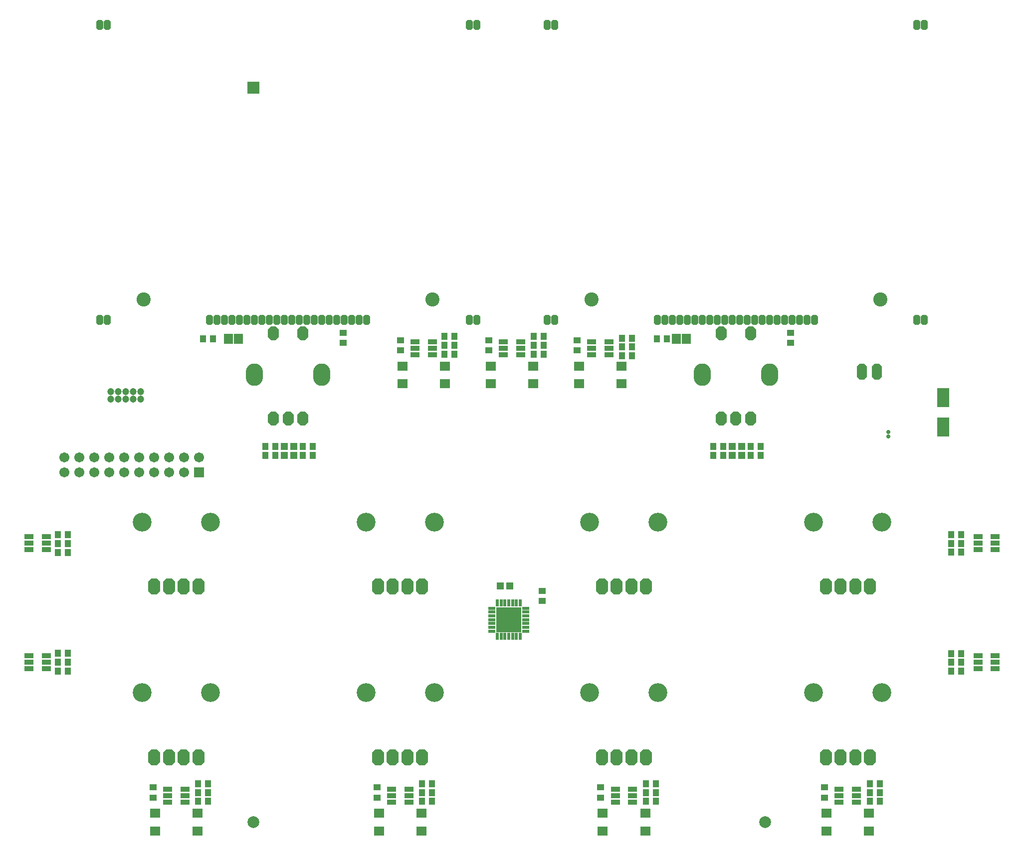
<source format=gts>
G04 Layer_Color=8388736*
%FSLAX44Y44*%
%MOMM*%
G71*
G01*
G75*
%ADD67R,1.2032X1.1032*%
%ADD68R,1.1032X1.2032*%
%ADD69R,1.2032X1.2032*%
%ADD70R,1.5032X0.9032*%
%ADD71R,1.8032X1.6032*%
%ADD72R,1.5032X1.7032*%
%ADD73C,2.0000*%
%ADD74R,2.0000X2.0000*%
%ADD75R,2.0032X3.2532*%
%ADD76R,1.3032X0.5532*%
%ADD77R,0.5532X1.3032*%
%ADD78R,4.2032X4.2032*%
%ADD79C,2.4032*%
G04:AMPARAMS|DCode=80|XSize=1.1032mm|YSize=1.7032mm|CornerRadius=0mm|HoleSize=0mm|Usage=FLASHONLY|Rotation=180.000|XOffset=0mm|YOffset=0mm|HoleType=Round|Shape=Octagon|*
%AMOCTAGOND80*
4,1,8,0.2758,-0.8516,-0.2758,-0.8516,-0.5516,-0.5758,-0.5516,0.5758,-0.2758,0.8516,0.2758,0.8516,0.5516,0.5758,0.5516,-0.5758,0.2758,-0.8516,0.0*
%
%ADD80OCTAGOND80*%

%ADD81O,2.9032X3.8032*%
G04:AMPARAMS|DCode=82|XSize=1.8032mm|YSize=2.3032mm|CornerRadius=0mm|HoleSize=0mm|Usage=FLASHONLY|Rotation=0.000|XOffset=0mm|YOffset=0mm|HoleType=Round|Shape=Octagon|*
%AMOCTAGOND82*
4,1,8,-0.4508,1.1516,0.4508,1.1516,0.9016,0.7008,0.9016,-0.7008,0.4508,-1.1516,-0.4508,-1.1516,-0.9016,-0.7008,-0.9016,0.7008,-0.4508,1.1516,0.0*
%
%ADD82OCTAGOND82*%

G04:AMPARAMS|DCode=83|XSize=2.0032mm|YSize=2.7032mm|CornerRadius=0mm|HoleSize=0mm|Usage=FLASHONLY|Rotation=0.000|XOffset=0mm|YOffset=0mm|HoleType=Round|Shape=Octagon|*
%AMOCTAGOND83*
4,1,8,-0.5008,1.3516,0.5008,1.3516,1.0016,0.8508,1.0016,-0.8508,0.5008,-1.3516,-0.5008,-1.3516,-1.0016,-0.8508,-1.0016,0.8508,-0.5008,1.3516,0.0*
%
%ADD83OCTAGOND83*%

%ADD84C,3.2032*%
%ADD85C,1.2032*%
G04:AMPARAMS|DCode=86|XSize=2.7032mm|YSize=1.7032mm|CornerRadius=0mm|HoleSize=0mm|Usage=FLASHONLY|Rotation=270.000|XOffset=0mm|YOffset=0mm|HoleType=Round|Shape=Octagon|*
%AMOCTAGOND86*
4,1,8,-0.4258,-1.3516,0.4258,-1.3516,0.8516,-0.9258,0.8516,0.9258,0.4258,1.3516,-0.4258,1.3516,-0.8516,0.9258,-0.8516,-0.9258,-0.4258,-1.3516,0.0*
%
%ADD86OCTAGOND86*%

%ADD87C,0.7032*%
%ADD88C,1.7032*%
%ADD89R,1.7032X1.7032*%
D67*
X708660Y392920D02*
D03*
Y375920D02*
D03*
X370840Y831460D02*
D03*
X370840Y814460D02*
D03*
X1130300Y831460D02*
D03*
Y814460D02*
D03*
X467793Y802097D02*
D03*
Y819097D02*
D03*
X617793Y802097D02*
D03*
Y819097D02*
D03*
X767793Y802097D02*
D03*
Y819097D02*
D03*
X47793Y42097D02*
D03*
Y59097D02*
D03*
X427793Y42097D02*
D03*
Y59097D02*
D03*
X807793Y42097D02*
D03*
Y59097D02*
D03*
X1187793Y42097D02*
D03*
Y59097D02*
D03*
D68*
X255750Y638880D02*
D03*
X238750D02*
D03*
Y623640D02*
D03*
X255750D02*
D03*
X302250Y638880D02*
D03*
X319250D02*
D03*
X319250Y623640D02*
D03*
X302250D02*
D03*
X998750D02*
D03*
X1015750D02*
D03*
X1015750Y638880D02*
D03*
X998750D02*
D03*
X1079250Y623640D02*
D03*
X1062250D02*
D03*
X1062250Y638880D02*
D03*
X1079250D02*
D03*
X542380Y795020D02*
D03*
X559380D02*
D03*
X542383Y825500D02*
D03*
X559383D02*
D03*
X542383Y810465D02*
D03*
X559383D02*
D03*
X693810Y825500D02*
D03*
X710810D02*
D03*
X693810Y810465D02*
D03*
X710810D02*
D03*
X693810Y795020D02*
D03*
X710810D02*
D03*
X843670Y822739D02*
D03*
X860670D02*
D03*
X843670Y807720D02*
D03*
X860670D02*
D03*
X843670Y792480D02*
D03*
X860670D02*
D03*
X124380Y65500D02*
D03*
X141380D02*
D03*
X124380Y50597D02*
D03*
X141380D02*
D03*
X124380Y35700D02*
D03*
X141380D02*
D03*
X504380Y65500D02*
D03*
X521380D02*
D03*
X504380Y50600D02*
D03*
X521380D02*
D03*
X504380Y35700D02*
D03*
X521380D02*
D03*
X884380Y65500D02*
D03*
X901380D02*
D03*
X884380Y50600D02*
D03*
X901380D02*
D03*
X884380Y35700D02*
D03*
X901380D02*
D03*
X1264380Y65500D02*
D03*
X1281380D02*
D03*
X1264380Y50600D02*
D03*
X1281380D02*
D03*
X1264380Y35700D02*
D03*
X1281380D02*
D03*
X-96910Y286947D02*
D03*
X-113910D02*
D03*
X-96910Y256469D02*
D03*
X-113910D02*
D03*
X-96910Y271709D02*
D03*
X-113910D02*
D03*
X1402469Y286322D02*
D03*
X1419469D02*
D03*
X1402469Y271709D02*
D03*
X1419469D02*
D03*
X1402469Y489020D02*
D03*
X1419469D02*
D03*
X1402469Y459113D02*
D03*
X1419469D02*
D03*
X1402469Y473780D02*
D03*
X1419469D02*
D03*
X-96910Y488950D02*
D03*
X-113910D02*
D03*
X-96910Y458470D02*
D03*
X-113910D02*
D03*
X-96910Y473710D02*
D03*
X-113910D02*
D03*
X132470Y821690D02*
D03*
X149470D02*
D03*
X920360D02*
D03*
X903360D02*
D03*
X1419469Y256469D02*
D03*
X1402469D02*
D03*
D69*
X287000Y638880D02*
D03*
X271000D02*
D03*
X271001Y623642D02*
D03*
X287001D02*
D03*
X1031001Y623640D02*
D03*
X1047001D02*
D03*
X1047000Y638880D02*
D03*
X1031000D02*
D03*
X653160Y401320D02*
D03*
X637160D02*
D03*
D70*
X521913Y816347D02*
D03*
Y805347D02*
D03*
Y794347D02*
D03*
X492413Y816347D02*
D03*
Y805347D02*
D03*
Y794347D02*
D03*
X671913Y816347D02*
D03*
Y805347D02*
D03*
Y794347D02*
D03*
X642413Y816347D02*
D03*
Y805347D02*
D03*
Y794347D02*
D03*
X821913Y816347D02*
D03*
Y805347D02*
D03*
Y794347D02*
D03*
X792413Y816347D02*
D03*
Y805347D02*
D03*
Y794347D02*
D03*
X101913Y56347D02*
D03*
Y45347D02*
D03*
Y34347D02*
D03*
X72413Y56347D02*
D03*
Y45347D02*
D03*
Y34347D02*
D03*
X481913Y56347D02*
D03*
Y45347D02*
D03*
Y34347D02*
D03*
X452413Y56347D02*
D03*
Y45347D02*
D03*
Y34347D02*
D03*
X861913Y56347D02*
D03*
Y45347D02*
D03*
Y34347D02*
D03*
X832413Y56347D02*
D03*
Y45347D02*
D03*
Y34347D02*
D03*
X1241913Y56347D02*
D03*
Y45347D02*
D03*
Y34347D02*
D03*
X1212413Y56347D02*
D03*
Y45347D02*
D03*
Y34347D02*
D03*
X-133587Y283350D02*
D03*
Y272350D02*
D03*
Y261350D02*
D03*
X-163087Y283350D02*
D03*
Y272350D02*
D03*
Y261350D02*
D03*
X1477445Y485353D02*
D03*
Y474353D02*
D03*
Y463353D02*
D03*
X1447945Y485353D02*
D03*
Y474353D02*
D03*
Y463353D02*
D03*
X-133590Y485350D02*
D03*
Y474350D02*
D03*
Y463350D02*
D03*
X-163090Y485350D02*
D03*
Y474350D02*
D03*
Y463350D02*
D03*
X1447913Y261353D02*
D03*
Y272353D02*
D03*
Y283353D02*
D03*
X1477413Y261353D02*
D03*
Y272353D02*
D03*
Y283353D02*
D03*
D71*
X543163Y775347D02*
D03*
X471163D02*
D03*
Y745347D02*
D03*
X543163D02*
D03*
X693163Y775347D02*
D03*
X621163D02*
D03*
Y745347D02*
D03*
X693163D02*
D03*
X843163Y775347D02*
D03*
X771163D02*
D03*
Y745347D02*
D03*
X843163D02*
D03*
X123163Y15347D02*
D03*
X51163D02*
D03*
Y-14653D02*
D03*
X123163D02*
D03*
X503163Y15347D02*
D03*
X431163D02*
D03*
Y-14653D02*
D03*
X503163D02*
D03*
X883163Y15347D02*
D03*
X811163D02*
D03*
Y-14653D02*
D03*
X883163D02*
D03*
X1263163D02*
D03*
X1191163D02*
D03*
Y15347D02*
D03*
X1263163D02*
D03*
D72*
X175650Y821690D02*
D03*
X192650D02*
D03*
X953380D02*
D03*
X936380D02*
D03*
D73*
X218440Y347D02*
D03*
X1087120Y0D02*
D03*
D74*
X218440Y1248410D02*
D03*
D75*
X1389380Y671695D02*
D03*
Y721695D02*
D03*
D76*
X623010Y363670D02*
D03*
Y357170D02*
D03*
Y350670D02*
D03*
Y344170D02*
D03*
Y337670D02*
D03*
Y331170D02*
D03*
Y324670D02*
D03*
X680010D02*
D03*
Y331170D02*
D03*
Y337670D02*
D03*
Y344170D02*
D03*
Y350670D02*
D03*
Y357170D02*
D03*
Y363670D02*
D03*
D77*
X632010Y315670D02*
D03*
X638510D02*
D03*
X645010D02*
D03*
X651510D02*
D03*
X658010D02*
D03*
X664510D02*
D03*
X671010D02*
D03*
Y372670D02*
D03*
X664510D02*
D03*
X658010D02*
D03*
X651510D02*
D03*
X645010D02*
D03*
X638510D02*
D03*
X632010D02*
D03*
D78*
X651510Y344170D02*
D03*
D79*
X32163Y888347D02*
D03*
X522163D02*
D03*
X792163D02*
D03*
X1282163D02*
D03*
D80*
X-42887Y1354597D02*
D03*
X-30087D02*
D03*
X597213Y853597D02*
D03*
X584413D02*
D03*
X410513D02*
D03*
X143813D02*
D03*
X156513D02*
D03*
X169213D02*
D03*
X181913D02*
D03*
X194613D02*
D03*
X207313D02*
D03*
X220013D02*
D03*
X232713D02*
D03*
X245413D02*
D03*
X258113D02*
D03*
X270813D02*
D03*
X283513D02*
D03*
X296213D02*
D03*
X308913D02*
D03*
X321613D02*
D03*
X334313D02*
D03*
X347013D02*
D03*
X359713D02*
D03*
X372413D02*
D03*
X385113D02*
D03*
X397813D02*
D03*
X-30087D02*
D03*
X-42887D02*
D03*
X584413Y1354597D02*
D03*
X597213D02*
D03*
X717113D02*
D03*
X729913D02*
D03*
X1357213Y853597D02*
D03*
X1344413D02*
D03*
X1170513D02*
D03*
X903813D02*
D03*
X916513D02*
D03*
X929213D02*
D03*
X941913D02*
D03*
X954613D02*
D03*
X967313D02*
D03*
X980013D02*
D03*
X992713D02*
D03*
X1005413D02*
D03*
X1018113D02*
D03*
X1030813D02*
D03*
X1043513D02*
D03*
X1056213D02*
D03*
X1068913D02*
D03*
X1081613D02*
D03*
X1094313D02*
D03*
X1107013D02*
D03*
X1119713D02*
D03*
X1132413D02*
D03*
X1145113D02*
D03*
X1157813D02*
D03*
X729913D02*
D03*
X717113D02*
D03*
X1344413Y1354597D02*
D03*
X1357213D02*
D03*
D81*
X1094163Y760847D02*
D03*
X980163D02*
D03*
X334163D02*
D03*
X220163D02*
D03*
D82*
X1062163Y830847D02*
D03*
X1012163D02*
D03*
X1062163Y685847D02*
D03*
X1037163D02*
D03*
X1012163D02*
D03*
X302163Y830847D02*
D03*
X252163D02*
D03*
X302163Y685847D02*
D03*
X277163D02*
D03*
X252163D02*
D03*
D83*
X124663Y400347D02*
D03*
X99663D02*
D03*
X74663D02*
D03*
X49663D02*
D03*
D03*
X504663D02*
D03*
X479663D02*
D03*
X454663D02*
D03*
X429663D02*
D03*
D03*
X884663D02*
D03*
X859663D02*
D03*
X834663D02*
D03*
X809663D02*
D03*
D03*
X1264663Y400347D02*
D03*
X1239663D02*
D03*
X1214663D02*
D03*
X1189663D02*
D03*
D03*
X124663Y110347D02*
D03*
X99663D02*
D03*
X74663D02*
D03*
X49663D02*
D03*
D03*
X504663D02*
D03*
X479663D02*
D03*
X454663D02*
D03*
X429663D02*
D03*
D03*
X884663Y110347D02*
D03*
X859663D02*
D03*
X834663D02*
D03*
X809663D02*
D03*
D03*
X1189663Y110347D02*
D03*
D03*
X1214663D02*
D03*
X1239663D02*
D03*
X1264663D02*
D03*
D84*
X29163Y510347D02*
D03*
X145163D02*
D03*
X409163D02*
D03*
X525163D02*
D03*
X789163D02*
D03*
X905163D02*
D03*
X1169163Y510347D02*
D03*
X1285163D02*
D03*
X29163Y220347D02*
D03*
X145163D02*
D03*
X409163D02*
D03*
X525163D02*
D03*
X789163Y220347D02*
D03*
X905163D02*
D03*
X1285163Y220347D02*
D03*
X1169163D02*
D03*
D85*
X26670Y731520D02*
D03*
X13970D02*
D03*
X1270D02*
D03*
X-11430D02*
D03*
X-24130Y718820D02*
D03*
Y731520D02*
D03*
X-11430Y718820D02*
D03*
X1270D02*
D03*
X13970D02*
D03*
X26670D02*
D03*
D86*
X1251150Y765630D02*
D03*
X1276150D02*
D03*
D87*
X1296010Y663280D02*
D03*
Y655280D02*
D03*
D88*
X-102637Y619947D02*
D03*
Y594547D02*
D03*
X-77237Y619947D02*
D03*
Y594547D02*
D03*
X-51837Y619947D02*
D03*
X-51837Y594547D02*
D03*
X-26437Y619947D02*
D03*
X-26437Y594547D02*
D03*
X-1037Y619947D02*
D03*
Y594547D02*
D03*
X24363Y619947D02*
D03*
Y594547D02*
D03*
X49763Y619947D02*
D03*
Y594547D02*
D03*
X75163Y619947D02*
D03*
X75163Y594547D02*
D03*
X100563Y619947D02*
D03*
Y594547D02*
D03*
X125963Y619947D02*
D03*
D89*
Y594547D02*
D03*
M02*

</source>
